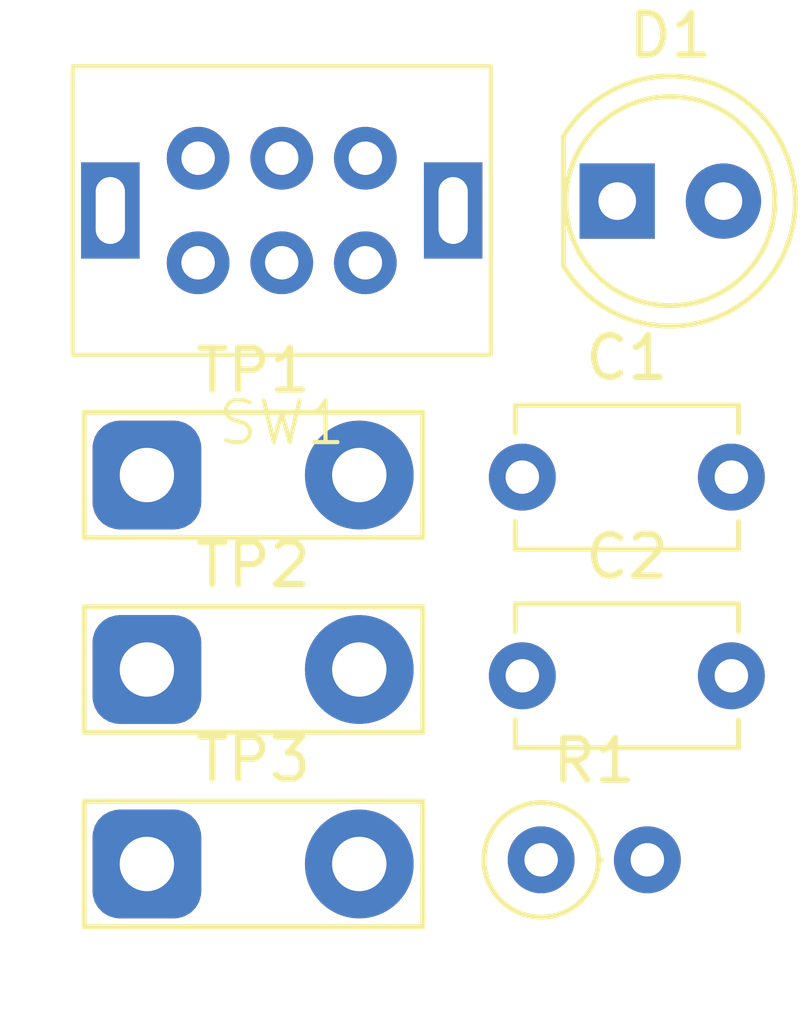
<source format=kicad_pcb>
(kicad_pcb (version 20221018) (generator pcbnew)
  (layers (0 "F.Cu" signal) (31 "B.Cu" signal) (34 "B.Paste" user) (35 "F.Paste" user) (36 "B.SilkS" user "B.Silkscreen") (37 "F.SilkS" user "F.Silkscreen") (38 "B.Mask" user) (39 "F.Mask" user) (44 "Edge.Cuts" user))
  (net 0 "")
  (net 1 "Net-(U1-IN)")
  (net 2 "GND")
  (net 3 "+5C")
  (net 4 "Net-(D1-A)")
  (net 5 "Net-(J1-Pad1)")
  (net 6 "Net-(SW1-Pad3)")
  (footprint "TestPoint:TestPoint_2Pads_Pitch5.08mm_Drill1.3mm" (layer "F.Cu") (at 143.5 83.24)
    (fp_text reference "TP3" (at 2.54 -2.5) (layer "F.SilkS"))
    (fp_text value "TestPoint_2Pole")
    (fp_line (start -1.5 -1.5) (end -1.5 1.5) (stroke (width 0.12)) (layer "F.SilkS"))
    (fp_line (start -1.5 -1.5) (end 6.6 -1.5) (stroke (width 0.12)) (layer "F.SilkS"))
    (fp_line (start 6.6 1.5) (end -1.5 1.5) (stroke (width 0.12)) (layer "F.SilkS"))
    (fp_line (start 6.6 1.5) (end 6.6 -1.5) (stroke (width 0.12)) (layer "F.SilkS"))
    (pad "1" thru_hole roundrect (at 0 0) (size 2.6 2.6) (drill 1.3) (layers "*.Cu" "*.Mask") (net 2 "GND"))
    (pad "2" thru_hole circle (at 5.08 0) (size 2.6 2.6) (drill 1.3) (layers "*.Cu" "*.Mask") (net 3 "+5C"))
  )
  (footprint "LED_THT:LED_D5.0mm" (layer "F.Cu") (at 154.75 67.39)
    (fp_text reference "D1" (at 1.27 -3.96) (layer "F.SilkS"))
    (fp_text value "LED")
    (fp_line (start -1.29 -1.545) (end -1.29 1.545) (stroke (width 0.12)) (layer "F.SilkS"))
    (fp_arc (start -1.29 -1.54483) (mid 2.072002 -2.880433) (end 4.26 0.000462) (stroke (width 0.12)) (layer "F.SilkS"))
    (fp_arc (start 4.26 -0.000462) (mid 2.072002 2.880433) (end -1.29 1.54483) (stroke (width 0.12)) (layer "F.SilkS"))
    (fp_circle (center 1.27 0) (end 3.77 0) (stroke (width 0.12)) (fill none) (layer "F.SilkS"))
    (pad "1" thru_hole rect (at 0 0) (size 1.8 1.8) (drill 0.9) (layers "*.Cu" "*.Mask") (net 2 "GND"))
    (pad "2" thru_hole circle (at 2.54 0) (size 1.8 1.8) (drill 0.9) (layers "*.Cu" "*.Mask") (net 4 "Net-(D1-A)"))
  )
  (footprint "Resistor_THT:R_Axial_DIN0207_L6.3mm_D2.5mm_P2.54mm_Vertical" (layer "F.Cu") (at 152.93 83.14)
    (fp_text reference "R1" (at 1.27 -2.37) (layer "F.SilkS"))
    (fp_text value "R")
    (fp_line (start 1.37 0) (end 1.44 0) (stroke (width 0.12)) (layer "F.SilkS"))
    (fp_circle (center 0 0) (end 1.37 0) (stroke (width 0.12)) (fill none) (layer "F.SilkS"))
    (pad "1" thru_hole circle (at 0 0) (size 1.6 1.6) (drill 0.8) (layers "*.Cu" "*.Mask") (net 3 "+5C"))
    (pad "2" thru_hole oval (at 2.54 0) (size 1.6 1.6) (drill 0.8) (layers "*.Cu" "*.Mask") (net 4 "Net-(D1-A)"))
  )
  (footprint "TestPoint:TestPoint_2Pads_Pitch5.08mm_Drill1.3mm" (layer "F.Cu") (at 143.5 73.94)
    (fp_text reference "TP1" (at 2.54 -2.5) (layer "F.SilkS"))
    (fp_text value "TestPoint_2Pole")
    (fp_line (start -1.5 -1.5) (end -1.5 1.5) (stroke (width 0.12)) (layer "F.SilkS"))
    (fp_line (start -1.5 -1.5) (end 6.6 -1.5) (stroke (width 0.12)) (layer "F.SilkS"))
    (fp_line (start 6.6 1.5) (end -1.5 1.5) (stroke (width 0.12)) (layer "F.SilkS"))
    (fp_line (start 6.6 1.5) (end 6.6 -1.5) (stroke (width 0.12)) (layer "F.SilkS"))
    (pad "1" thru_hole roundrect (at 0 0) (size 2.6 2.6) (drill 1.3) (layers "*.Cu" "*.Mask") (net 2 "GND"))
    (pad "2" thru_hole circle (at 5.08 0) (size 2.6 2.6) (drill 1.3) (layers "*.Cu" "*.Mask") (net 5 "Net-(J1-Pad1)"))
  )
  (footprint "Capacitor_THT:C_Disc_D5.1mm_W3.2mm_P5.00mm" (layer "F.Cu") (at 152.48 78.74)
    (fp_text reference "C2" (at 2.5 -2.85) (layer "F.SilkS"))
    (fp_text value "C")
    (fp_line (start -0.17 -1.721) (end -0.17 -1.055) (stroke (width 0.12)) (layer "F.SilkS"))
    (fp_line (start -0.17 -1.721) (end 5.17 -1.721) (stroke (width 0.12)) (layer "F.SilkS"))
    (fp_line (start -0.17 1.055) (end -0.17 1.721) (stroke (width 0.12)) (layer "F.SilkS"))
    (fp_line (start -0.17 1.721) (end 5.17 1.721) (stroke (width 0.12)) (layer "F.SilkS"))
    (fp_line (start 5.17 -1.721) (end 5.17 -1.055) (stroke (width 0.12)) (layer "F.SilkS"))
    (fp_line (start 5.17 1.055) (end 5.17 1.721) (stroke (width 0.12)) (layer "F.SilkS"))
    (pad "1" thru_hole circle (at 0 0) (size 1.6 1.6) (drill 0.8) (layers "*.Cu" "*.Mask") (net 3 "+5C"))
    (pad "2" thru_hole circle (at 5 0) (size 1.6 1.6) (drill 0.8) (layers "*.Cu" "*.Mask") (net 2 "GND"))
  )
  (footprint "Capacitor_THT:C_Disc_D5.1mm_W3.2mm_P5.00mm" (layer "F.Cu") (at 152.48 73.99)
    (fp_text reference "C1" (at 2.5 -2.85) (layer "F.SilkS"))
    (fp_text value "C")
    (fp_line (start -0.17 -1.721) (end -0.17 -1.055) (stroke (width 0.12)) (layer "F.SilkS"))
    (fp_line (start -0.17 -1.721) (end 5.17 -1.721) (stroke (width 0.12)) (layer "F.SilkS"))
    (fp_line (start -0.17 1.055) (end -0.17 1.721) (stroke (width 0.12)) (layer "F.SilkS"))
    (fp_line (start -0.17 1.721) (end 5.17 1.721) (stroke (width 0.12)) (layer "F.SilkS"))
    (fp_line (start 5.17 -1.721) (end 5.17 -1.055) (stroke (width 0.12)) (layer "F.SilkS"))
    (fp_line (start 5.17 1.055) (end 5.17 1.721) (stroke (width 0.12)) (layer "F.SilkS"))
    (pad "1" thru_hole circle (at 0 0) (size 1.6 1.6) (drill 0.8) (layers "*.Cu" "*.Mask") (net 1 "Net-(U1-IN)"))
    (pad "2" thru_hole circle (at 5 0) (size 1.6 1.6) (drill 0.8) (layers "*.Cu" "*.Mask") (net 2 "GND"))
  )
  (footprint "SLW-826947-5A-RA-D:SLW-826947-5A-RA-D" (layer "F.Cu") (at 146.725 67.615)
    (fp_text reference "SW1" (at 0 5.08 unlocked) (layer "F.SilkS") (effects (font (thickness 0.1))))
    (fp_text value "PWR_SW")
    (fp_rect (start -5 -3.45) (end 5 3.45) (stroke (width 0.1)) (fill none) (layer "F.SilkS"))
    (pad "1" thru_hole circle (at -2 1.25) (size 1.5 1.5) (drill 0.8) (layers "*.Cu" "*.Mask") (net 1 "Net-(U1-IN)"))
    (pad "2" thru_hole circle (at 0 1.25) (size 1.5 1.5) (drill 0.8) (layers "*.Cu" "*.Mask") (net 5 "Net-(J1-Pad1)"))
    (pad "3" thru_hole circle (at 2 1.25) (size 1.5 1.5) (drill 0.8) (layers "*.Cu" "*.Mask") (net 6 "Net-(SW1-Pad3)"))
    (pad "4" thru_hole circle (at -2 -1.25) (size 1.5 1.5) (drill 0.8) (layers "*.Cu" "*.Mask"))
    (pad "5" thru_hole circle (at 0 -1.25) (size 1.5 1.5) (drill 0.8) (layers "*.Cu" "*.Mask"))
    (pad "6" thru_hole circle (at 2 -1.25) (size 1.5 1.5) (drill 0.8) (layers "*.Cu" "*.Mask"))
    (pad "7" thru_hole rect (at -4.1 0) (size 1.4 2.3) (drill oval 0.7 1.6) (layers "*.Cu" "*.Mask"))
    (pad "8" thru_hole rect (at 4.1 0) (size 1.4 2.3) (drill oval 0.7 1.6) (layers "*.Cu" "*.Mask"))
  )
  (footprint "TestPoint:TestPoint_2Pads_Pitch5.08mm_Drill1.3mm" (layer "F.Cu") (at 143.5 78.59)
    (fp_text reference "TP2" (at 2.54 -2.5) (layer "F.SilkS"))
    (fp_text value "TestPoint_2Pole")
    (fp_line (start -1.5 -1.5) (end -1.5 1.5) (stroke (width 0.12)) (layer "F.SilkS"))
    (fp_line (start -1.5 -1.5) (end 6.6 -1.5) (stroke (width 0.12)) (layer "F.SilkS"))
    (fp_line (start 6.6 1.5) (end -1.5 1.5) (stroke (width 0.12)) (layer "F.SilkS"))
    (fp_line (start 6.6 1.5) (end 6.6 -1.5) (stroke (width 0.12)) (layer "F.SilkS"))
    (pad "1" thru_hole roundrect (at 0 0) (size 2.6 2.6) (drill 1.3) (layers "*.Cu" "*.Mask") (net 6 "Net-(SW1-Pad3)"))
    (pad "2" thru_hole circle (at 5.08 0) (size 2.6 2.6) (drill 1.3) (layers "*.Cu" "*.Mask") (net 1 "Net-(U1-IN)"))
  )
)
</source>
